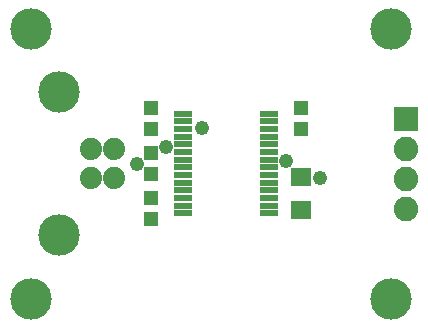
<source format=gts>
G75*
G70*
%OFA0B0*%
%FSLAX24Y24*%
%IPPOS*%
%LPD*%
%AMOC8*
5,1,8,0,0,1.08239X$1,22.5*
%
%ADD10R,0.0630X0.0217*%
%ADD11R,0.0474X0.0513*%
%ADD12R,0.0710X0.0631*%
%ADD13C,0.1380*%
%ADD14C,0.0740*%
%ADD15R,0.0820X0.0820*%
%ADD16C,0.0820*%
%ADD17C,0.0480*%
D10*
X008122Y004437D03*
X008122Y004693D03*
X008122Y004948D03*
X008122Y005204D03*
X008122Y005460D03*
X008122Y005716D03*
X008122Y005972D03*
X008122Y006228D03*
X008122Y006484D03*
X008122Y006740D03*
X008122Y006996D03*
X008122Y007252D03*
X008122Y007507D03*
X008122Y007763D03*
X011001Y007763D03*
X011001Y007507D03*
X011001Y007252D03*
X011001Y006996D03*
X011001Y006740D03*
X011001Y006484D03*
X011001Y006228D03*
X011001Y005972D03*
X011001Y005716D03*
X011001Y005460D03*
X011001Y005204D03*
X011001Y004948D03*
X011001Y004693D03*
X011001Y004437D03*
D11*
X012061Y007265D03*
X012061Y007935D03*
X007061Y007935D03*
X007061Y007265D03*
X007061Y006435D03*
X007061Y005765D03*
X007061Y004935D03*
X007061Y004265D03*
D12*
X012061Y004549D03*
X012061Y005651D03*
D13*
X003061Y001600D03*
X003991Y003730D03*
X003991Y008470D03*
X003061Y010600D03*
X015061Y010600D03*
X015061Y001600D03*
D14*
X005841Y005608D03*
X005061Y005608D03*
X005061Y006592D03*
X005841Y006592D03*
D15*
X015561Y007600D03*
D16*
X015561Y006600D03*
X015561Y005600D03*
X015561Y004600D03*
D17*
X012681Y005620D03*
X011561Y006180D03*
X008761Y007300D03*
X007561Y006660D03*
X006601Y006100D03*
M02*

</source>
